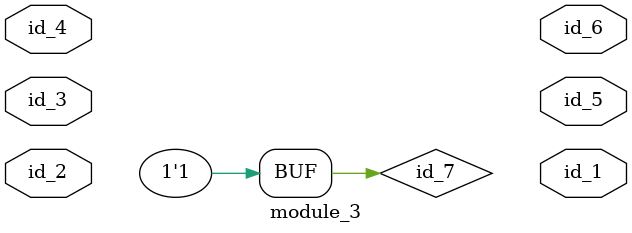
<source format=v>
module module_0;
endmodule
module module_1 (
    id_1,
    id_2,
    id_3
);
  input wire id_3;
  output wire id_2;
  output wire id_1;
  wire id_4;
  module_0 modCall_1 ();
endmodule
module module_2;
  wire id_1 = id_1;
  module_0 modCall_1 ();
  assign id_2 = -1'h0;
endmodule
module module_3 (
    id_1,
    id_2,
    id_3,
    id_4,
    id_5,
    id_6
);
  output wire id_6;
  output wire id_5;
  input wire id_4;
  inout wire id_3;
  input wire id_2;
  output wire id_1;
  tri id_7, id_8;
  module_0 modCall_1 ();
  wire id_9, id_11;
  assign id_7 = 1;
endmodule

</source>
